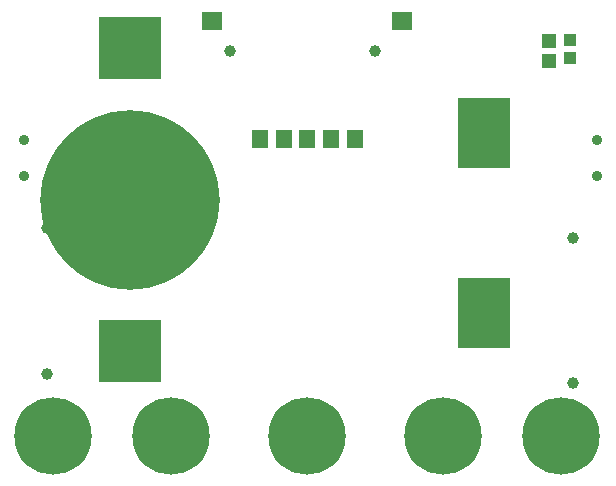
<source format=gbr>
G04 DipTrace 3.3.1.1*
G04 TopMask.gbr*
%MOIN*%
G04 #@! TF.FileFunction,Soldermask,Top*
G04 #@! TF.Part,Single*
%ADD35C,0.03937*%
%ADD36C,0.035433*%
%ADD40R,0.055118X0.062992*%
%ADD42R,0.066929X0.062992*%
%ADD47R,0.047244X0.051181*%
%ADD52R,0.177165X0.232283*%
%ADD58C,0.598425*%
%ADD60R,0.208661X0.208661*%
%ADD62C,0.257874*%
%ADD64R,0.03937X0.03937*%
%FSLAX26Y26*%
G04*
G70*
G90*
G75*
G01*
G04 TopMask*
%LPD*%
D64*
X2272638Y1948672D3*
Y1889617D3*
D62*
X551181Y629923D3*
X944882D3*
X1397638D3*
X1850394D3*
X2244094D3*
D60*
X807071Y913387D3*
D58*
Y1417324D3*
D60*
Y1921261D3*
D35*
X885827Y1866882D3*
Y1630661D3*
D52*
X1988189Y1037403D3*
Y1639765D3*
D47*
X2203887Y1879923D3*
Y1946852D3*
D36*
X2362205Y1614175D3*
Y1496064D3*
X452756D3*
Y1614175D3*
D35*
X2283465Y805119D3*
Y1289371D3*
D42*
X1714567Y2011812D3*
X1080709D3*
D40*
X1397638Y1618112D3*
X1476378D3*
X1318898D3*
X1240157D3*
X1555118D3*
D35*
X1139764Y1913387D3*
X1624016D3*
X531496Y1320867D3*
Y836615D3*
M02*

</source>
